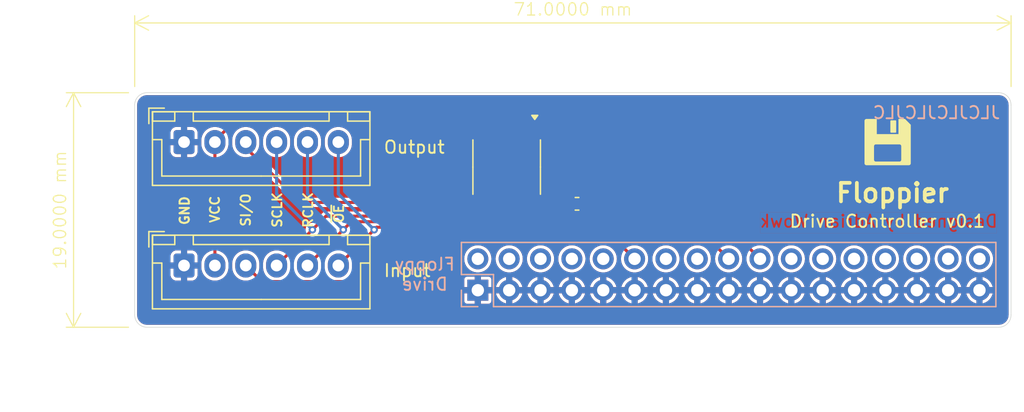
<source format=kicad_pcb>
(kicad_pcb (version 20240108) (generator "pcbnew") (generator_version "8.0")
  (layers (0 "F.Cu" signal) (31 "B.Cu" signal) (34 "B.Paste" user) (35 "F.Paste" user) (36 "B.SilkS" user "B.Silkscreen") (37 "F.SilkS" user "F.Silkscreen") (38 "B.Mask" user) (39 "F.Mask" user) (44 "Edge.Cuts" user))
  (net 0 "")
  (net 1 "Spare")
  (net 2 "Motor On")
  (net 3 "Drive Select 0")
  (net 4 "Drive Select 2")
  (net 5 "Write Data")
  (net 6 "High Density Select")
  (net 7 "Write Protect")
  (net 8 "Drive Select 1")
  (net 9 "Write Gate")
  (net 10 "Drive Select 3")
  (net 11 "Track 00")
  (net 12 "Read Data")
  (net 13 "Side 1 Select")
  (net 14 "Ready")
  (net 15 "Direction Select")
  (net 16 "Index")
  (net 17 "Step")
  (net 18 "GND")
  (net 23 "+5V")
  (net 24 "/Serial Input")
  (net 25 "/Output Enable")
  (net 26 "/Serial Clock")
  (net 27 "/Store Clock")
  (net 28 "/Serial Output")
  (footprint "Package_SO:TSSOP-16_4.4x5mm_P0.65mm" (layer "F.Cu") (at 30.1375 -12.975 -90)
    (property "Reference" "U1" (hide yes))
    (property "Value" "74HC595")
    (fp_line (start 0 2.735) (end -2.2 2.735) (stroke (width 0.12)) (layer "F.SilkS"))
    (fp_line (start 0 2.735) (end 2.2 2.735) (stroke (width 0.12)) (layer "F.SilkS"))
    (fp_line (start 0 -2.735) (end -2.2 -2.735) (stroke (width 0.12)) (layer "F.SilkS"))
    (fp_line (start 0 -2.735) (end 2.2 -2.735) (stroke (width 0.12)) (layer "F.SilkS"))
    (fp_poly (pts (xy -3.86 -2.275) (xy -4.19 -2.515) (xy -4.19 -2.035) (xy -3.86 -2.275)) (stroke (width 0.12)) (fill solid) (layer "F.SilkS"))
    (pad "1" smd roundrect (at -2.8625 -2.275 270) (size 1.475 0.4) (layers "F.Cu" "F.Paste" "F.Mask") (net 17 "Step"))
    (pad "2" smd roundrect (at -2.8625 -1.625 270) (size 1.475 0.4) (layers "F.Cu" "F.Paste" "F.Mask") (net 15 "Direction Select"))
    (pad "3" smd roundrect (at -2.8625 -0.975 270) (size 1.475 0.4) (layers "F.Cu" "F.Paste" "F.Mask"))
    (pad "4" smd roundrect (at -2.8625 -0.325 270) (size 1.475 0.4) (layers "F.Cu" "F.Paste" "F.Mask"))
    (pad "5" smd roundrect (at -2.8625 0.325 270) (size 1.475 0.4) (layers "F.Cu" "F.Paste" "F.Mask"))
    (pad "6" smd roundrect (at -2.8625 0.975 270) (size 1.475 0.4) (layers "F.Cu" "F.Paste" "F.Mask"))
    (pad "7" smd roundrect (at -2.8625 1.625 270) (size 1.475 0.4) (layers "F.Cu" "F.Paste" "F.Mask"))
    (pad "8" smd roundrect (at -2.8625 2.275 270) (size 1.475 0.4) (layers "F.Cu" "F.Paste" "F.Mask") (net 18 "GND"))
    (pad "9" smd roundrect (at 2.8625 2.275 270) (size 1.475 0.4) (layers "F.Cu" "F.Paste" "F.Mask") (net 28 "/Serial Output"))
    (pad "10" smd roundrect (at 2.8625 1.625 270) (size 1.475 0.4) (layers "F.Cu" "F.Paste" "F.Mask") (net 23 "+5V"))
    (pad "11" smd roundrect (at 2.8625 0.975 270) (size 1.475 0.4) (layers "F.Cu" "F.Paste" "F.Mask") (net 26 "/Serial Clock"))
    (pad "12" smd roundrect (at 2.8625 0.325 270) (size 1.475 0.4) (layers "F.Cu" "F.Paste" "F.Mask") (net 27 "/Store Clock"))
    (pad "13" smd roundrect (at 2.8625 -0.325 270) (size 1.475 0.4) (layers "F.Cu" "F.Paste" "F.Mask") (net 25 "/Output Enable"))
    (pad "14" smd roundrect (at 2.8625 -0.975 270) (size 1.475 0.4) (layers "F.Cu" "F.Paste" "F.Mask") (net 24 "/Serial Input"))
    (pad "15" smd roundrect (at 2.8625 -1.625 270) (size 1.475 0.4) (layers "F.Cu" "F.Paste" "F.Mask") (net 8 "Drive Select 1"))
    (pad "16" smd roundrect (at 2.8625 -2.275 270) (size 1.475 0.4) (layers "F.Cu" "F.Paste" "F.Mask") (net 23 "+5V"))
  )
  (footprint "Connector_JST:JST_XH_B6B-XH-A_1x06_P2.50mm_Vertical" (layer "F.Cu") (at 4 -5)
    (property "Reference" "J2" (hide yes))
    (property "Value" "Input")
    (fp_line (start -2.85 -2.75) (end -2.85 -1.5) (stroke (width 0.12)) (layer "F.SilkS"))
    (fp_line (start -2.56 -2.46) (end -2.56 3.51) (stroke (width 0.12)) (layer "F.SilkS"))
    (fp_line (start -2.56 3.51) (end 15.06 3.51) (stroke (width 0.12)) (layer "F.SilkS"))
    (fp_line (start -2.55 -2.45) (end -2.55 -1.7) (stroke (width 0.12)) (layer "F.SilkS"))
    (fp_line (start -2.55 -1.7) (end -0.75 -1.7) (stroke (width 0.12)) (layer "F.SilkS"))
    (fp_line (start -2.55 -0.2) (end -1.8 -0.2) (stroke (width 0.12)) (layer "F.SilkS"))
    (fp_line (start -1.8 -0.2) (end -1.8 2.75) (stroke (width 0.12)) (layer "F.SilkS"))
    (fp_line (start -1.8 2.75) (end 6.25 2.75) (stroke (width 0.12)) (layer "F.SilkS"))
    (fp_line (start -1.6 -2.75) (end -2.85 -2.75) (stroke (width 0.12)) (layer "F.SilkS"))
    (fp_line (start -0.75 -2.45) (end -2.55 -2.45) (stroke (width 0.12)) (layer "F.SilkS"))
    (fp_line (start -0.75 -1.7) (end -0.75 -2.45) (stroke (width 0.12)) (layer "F.SilkS"))
    (fp_line (start 0.75 -2.45) (end 0.75 -1.7) (stroke (width 0.12)) (layer "F.SilkS"))
    (fp_line (start 0.75 -1.7) (end 11.75 -1.7) (stroke (width 0.12)) (layer "F.SilkS"))
    (fp_line (start 11.75 -2.45) (end 0.75 -2.45) (stroke (width 0.12)) (layer "F.SilkS"))
    (fp_line (start 11.75 -1.7) (end 11.75 -2.45) (stroke (width 0.12)) (layer "F.SilkS"))
    (fp_line (start 13.25 -2.45) (end 13.25 -1.7) (stroke (width 0.12)) (layer "F.SilkS"))
    (fp_line (start 13.25 -1.7) (end 15.05 -1.7) (stroke (width 0.12)) (layer "F.SilkS"))
    (fp_line (start 14.3 -0.2) (end 14.3 2.75) (stroke (width 0.12)) (layer "F.SilkS"))
    (fp_line (start 14.3 2.75) (end 6.25 2.75) (stroke (width 0.12)) (layer "F.SilkS"))
    (fp_line (start 15.05 -2.45) (end 13.25 -2.45) (stroke (width 0.12)) (layer "F.SilkS"))
    (fp_line (start 15.05 -1.7) (end 15.05 -2.45) (stroke (width 0.12)) (layer "F.SilkS"))
    (fp_line (start 15.05 -0.2) (end 14.3 -0.2) (stroke (width 0.12)) (layer "F.SilkS"))
    (fp_line (start 15.06 -2.46) (end -2.56 -2.46) (stroke (width 0.12)) (layer "F.SilkS"))
    (fp_line (start 15.06 3.51) (end 15.06 -2.46) (stroke (width 0.12)) (layer "F.SilkS"))
    (pad "1" thru_hole roundrect (at 0 0) (size 1.7 1.95) (drill 0.95) (layers "*.Cu" "*.Mask") (roundrect_rratio 0.147059) (net 18 "GND"))
    (pad "2" thru_hole oval (at 2.5 0) (size 1.7 1.95) (drill 0.95) (layers "*.Cu" "*.Mask") (net 23 "+5V"))
    (pad "3" thru_hole oval (at 5 0) (size 1.7 1.95) (drill 0.95) (layers "*.Cu" "*.Mask") (net 24 "/Serial Input"))
    (pad "4" thru_hole oval (at 7.5 0) (size 1.7 1.95) (drill 0.95) (layers "*.Cu" "*.Mask") (net 26 "/Serial Clock"))
    (pad "5" thru_hole oval (at 10 0) (size 1.7 1.95) (drill 0.95) (layers "*.Cu" "*.Mask") (net 27 "/Store Clock"))
    (pad "6" thru_hole oval (at 12.5 0) (size 1.7 1.95) (drill 0.95) (layers "*.Cu" "*.Mask") (net 25 "/Output Enable"))
  )
  (footprint "Capacitor_SMD:C_0603_1608Metric_Pad1.08x0.95mm_HandSolder" (layer "F.Cu") (at 35.8375 -10)
    (property "Reference" "C1" (hide yes))
    (property "Value" "C_Small")
    (fp_line (start -0.146267 -0.51) (end 0.146267 -0.51) (stroke (width 0.12)) (layer "F.SilkS"))
    (fp_line (start -0.146267 0.51) (end 0.146267 0.51) (stroke (width 0.12)) (layer "F.SilkS"))
    (pad "1" smd roundrect (at -0.8625 0) (size 1.075 0.95) (layers "F.Cu" "F.Paste" "F.Mask") (net 23 "+5V"))
    (pad "2" smd roundrect (at 0.8625 0) (size 1.075 0.95) (layers "F.Cu" "F.Paste" "F.Mask") (net 18 "GND"))
  )
  (footprint "Connector_JST:JST_XH_B6B-XH-A_1x06_P2.50mm_Vertical" (layer "F.Cu") (at 4 -15)
    (property "Reference" "J3" (hide yes))
    (property "Value" "Output")
    (fp_line (start -2.85 -2.75) (end -2.85 -1.5) (stroke (width 0.12)) (layer "F.SilkS"))
    (fp_line (start -2.56 -2.46) (end -2.56 3.51) (stroke (width 0.12)) (layer "F.SilkS"))
    (fp_line (start -2.56 3.51) (end 15.06 3.51) (stroke (width 0.12)) (layer "F.SilkS"))
    (fp_line (start -2.55 -2.45) (end -2.55 -1.7) (stroke (width 0.12)) (layer "F.SilkS"))
    (fp_line (start -2.55 -1.7) (end -0.75 -1.7) (stroke (width 0.12)) (layer "F.SilkS"))
    (fp_line (start -2.55 -0.2) (end -1.8 -0.2) (stroke (width 0.12)) (layer "F.SilkS"))
    (fp_line (start -1.8 -0.2) (end -1.8 2.75) (stroke (width 0.12)) (layer "F.SilkS"))
    (fp_line (start -1.8 2.75) (end 6.25 2.75) (stroke (width 0.12)) (layer "F.SilkS"))
    (fp_line (start -1.6 -2.75) (end -2.85 -2.75) (stroke (width 0.12)) (layer "F.SilkS"))
    (fp_line (start -0.75 -2.45) (end -2.55 -2.45) (stroke (width 0.12)) (layer "F.SilkS"))
    (fp_line (start -0.75 -1.7) (end -0.75 -2.45) (stroke (width 0.12)) (layer "F.SilkS"))
    (fp_line (start 0.75 -2.45) (end 0.75 -1.7) (stroke (width 0.12)) (layer "F.SilkS"))
    (fp_line (start 0.75 -1.7) (end 11.75 -1.7) (stroke (width 0.12)) (layer "F.SilkS"))
    (fp_line (start 11.75 -2.45) (end 0.75 -2.45) (stroke (width 0.12)) (layer "F.SilkS"))
    (fp_line (start 11.75 -1.7) (end 11.75 -2.45) (stroke (width 0.12)) (layer "F.SilkS"))
    (fp_line (start 13.25 -2.45) (end 13.25 -1.7) (stroke (width 0.12)) (layer "F.SilkS"))
    (fp_line (start 13.25 -1.7) (end 15.05 -1.7) (stroke (width 0.12)) (layer "F.SilkS"))
    (fp_line (start 14.3 -0.2) (end 14.3 2.75) (stroke (width 0.12)) (layer "F.SilkS"))
    (fp_line (start 14.3 2.75) (end 6.25 2.75) (stroke (width 0.12)) (layer "F.SilkS"))
    (fp_line (start 15.05 -2.45) (end 13.25 -2.45) (stroke (width 0.12)) (layer "F.SilkS"))
    (fp_line (start 15.05 -1.7) (end 15.05 -2.45) (stroke (width 0.12)) (layer "F.SilkS"))
    (fp_line (start 15.05 -0.2) (end 14.3 -0.2) (stroke (width 0.12)) (layer "F.SilkS"))
    (fp_line (start 15.06 -2.46) (end -2.56 -2.46) (stroke (width 0.12)) (layer "F.SilkS"))
    (fp_line (start 15.06 3.51) (end 15.06 -2.46) (stroke (width 0.12)) (layer "F.SilkS"))
    (pad "1" thru_hole roundrect (at 0 0) (size 1.7 1.95) (drill 0.95) (layers "*.Cu" "*.Mask") (roundrect_rratio 0.147059) (net 18 "GND"))
    (pad "2" thru_hole oval (at 2.5 0) (size 1.7 1.95) (drill 0.95) (layers "*.Cu" "*.Mask") (net 23 "+5V"))
    (pad "3" thru_hole oval (at 5 0) (size 1.7 1.95) (drill 0.95) (layers "*.Cu" "*.Mask") (net 28 "/Serial Output"))
    (pad "4" thru_hole oval (at 7.5 0) (size 1.7 1.95) (drill 0.95) (layers "*.Cu" "*.Mask") (net 26 "/Serial Clock"))
    (pad "5" thru_hole oval (at 10 0) (size 1.7 1.95) (drill 0.95) (layers "*.Cu" "*.Mask") (net 27 "/Store Clock"))
    (pad "6" thru_hole oval (at 12.5 0) (size 1.7 1.95) (drill 0.95) (layers "*.Cu" "*.Mask") (net 25 "/Output Enable"))
  )
  (footprint "LOGO" (layer "F.Cu") (at 61 -15)
    (property "Reference" "G***" (hide yes))
    (property "Value" "LOGO" (hide yes))
    (fp_poly (pts (xy 0.39189 -1.761633) (xy 0.412391 -1.761619) (xy 0.434736 -1.761596) (xy 0.458979 -1.761562) (xy 0.459972 -1.76156) (xy 0.645035 -1.761271) (xy 0.651618 -1.75871) (xy 0.662104 -1.753711) (xy 0.671117 -1.747435) (xy 0.67869 -1.739847) (xy 0.684854 -1.730915) (xy 0.689644 -1.720606) (xy 0.69013 -1.719268) (xy 0.692887 -1.711465) (xy 0.692887 -1.261259) (xy 0.692887 -1.225876) (xy 0.692886 -1.192393) (xy 0.692885 -1.160756) (xy 0.692883 -1.130914) (xy 0.692879 -1.102812) (xy 0.692874 -1.076397) (xy 0.692868 -1.051617) (xy 0.69286 -1.028418) (xy 0.69285 -1.006747) (xy 0.692838 -0.986552) (xy 0.692823 -0.967778) (xy 0.692806 -0.950372) (xy 0.692786 -0.934283) (xy 0.692763 -0.919456) (xy 0.692736 -0.905838) (xy 0.692707 -0.893376) (xy 0.692673 -0.882018) (xy 0.692636 -0.871709) (xy 0.692595 -0.862397) (xy 0.692549 -0.854029) (xy 0.692499 -0.846552) (xy 0.692444 -0.839911) (xy 0.692385 -0.834055) (xy 0.69232 -0.828931) (xy 0.69225 -0.824484) (xy 0.692174 -0.820662) (xy 0.692093 -0.817412) (xy 0.692006 -0.81468) (xy 0.691912 -0.812414) (xy 0.691812 -0.81056) (xy 0.691706 -0.809066) (xy 0.691593 -0.807877) (xy 0.691473 -0.806942) (xy 0.691345 -0.806206) (xy 0.691211 -0.805618) (xy 0.691091 -0.805194) (xy 0.687397 -0.795922) (xy 0.682276 -0.787163) (xy 0.676002 -0.779252) (xy 0.668851 -0.772524) (xy 0.661097 -0.767313) (xy 0.65909 -0.766284) (xy 0.657532 -0.765512) (xy 0.656147 -0.764804) (xy 0.654849 -0.764156) (xy 0.653552 -0.763567) (xy 0.652172 -0.763033) (xy 0.650622 -0.762553) (xy 0.648817 -0.762122) (xy 0.646671 -0.761739) (xy 0.644099 -0.7614) (xy 0.641015 -0.761103) (xy 0.637334 -0.760846) (xy 0.632969 -0.760625) (xy 0.627836 -0.760438) (xy 0.621848 -0.760282) (xy 0.61492 -0.760155) (xy 0.606967 -0.760053) (xy 0.597903 -0.759974) (xy 0.587642 -0.759916) (xy 0.576098 -0.759875) (xy 0.563187 -0.759849) (xy 0.548822 -0.759835) (xy 0.532918 -0.75983) (xy 0.515389 -0.759832) (xy 0.49615 -0.759838) (xy 0.475115 -0.759846) (xy 0.456065 -0.759851) (xy 0.433843 -0.759856) (xy 0.413488 -0.759863) (xy 0.394915 -0.759871) (xy 0.378038 -0.759882) (xy 0.362772 -0.759896) (xy 0.349031 -0.759916) (xy 0.336729 -0.75994) (xy 0.32578 -0.759971) (xy 0.3161 -0.760009) (xy 0.307602 -0.760055) (xy 0.3002 -0.76011) (xy 0.29381 -0.760174) (xy 0.288345 -0.760249) (xy 0.28372 -0.760336) (xy 0.279849 -0.760435) (xy 0.276647 -0.760547) (xy 0.274027 -0.760674) (xy 0.271905 -0.760815) (xy 0.270194 -0.760972) (xy 0.268809 -0.761146) (xy 0.267664 -0.761338) (xy 0.266674 -0.761548) (xy 0.265752 -0.761777) (xy 0.265722 -0.761785) (xy 0.255565 -0.76542) (xy 0.246341 -0.770676) (xy 0.238217 -0.777379) (xy 0.23136 -0.785354) (xy 0.225937 -0.794427) (xy 0.222115 -0.804426) (xy 0.221194 -0.808082) (xy 0.221074 -0.808764) (xy 0.220961 -0.809726) (xy 0.220855 -0.81102) (xy 0.220754 -0.812697) (xy 0.22066 -0.814812) (xy 0.220572 -0.817415) (xy 0.22049 -0.820559) (xy 0.220413 -0.824296) (xy 0.220342 -0.828678) (xy 0.220277 -0.833759) (xy 0.220217 -0.839589) (xy 0.220162 -0.846222) (xy 0.220112 -0.853709) (xy 0.220067 -0.862103) (xy 0.220027 -0.871455) (xy 0.219991 -0.88182) (xy 0.21996 -0.893247) (xy 0.219933 -0.905791) (xy 0.21991 -0.919503) (xy 0.219892 -0.934435) (xy 0.219877 -0.950639) (xy 0.219866 -0.968169) (xy 0.219858 -0.987075) (xy 0.219854 -1.007411) (xy 0.219854 -1.029229) (xy 0.219856 -1.052581) (xy 0.219862 -1.077518) (xy 0.21987 -1.104095) (xy 0.219881 -1.132361) (xy 0.219895 -1.162371) (xy 0.219912 -1.194176) (xy 0.21993 -1.227829) (xy 0.219951 -1.263381) (xy 0.219951 -1.264189) (xy 0.22022 -1.713418) (xy 0.222373 -1.719058) (xy 0.227142 -1.729524) (xy 0.232878 -1.738377) (xy 0.239688 -1.745759) (xy 0.24686 -1.751285) (xy 0.254448 -1.755732) (xy 0.261616 -1.758792) (xy 0.268986 -1.760728) (xy 0.269049 -1.76074) (xy 0.270409 -1.760884) (xy 0.272922 -1.761016) (xy 0.276641 -1.761134) (xy 0.28162 -1.761239) (xy 0.287912 -1.761331) (xy 0.295569 -1.76141) (xy 0.304646 -1.761477) (xy 0.315196 -1.761532) (xy 0.327271 -1.761575) (xy 0.340925 -1.761607) (xy 0.35621 -1.761626) (xy 0.373181 -1.761635)) (fill solid) (layer "F.SilkS"))
    (fp_poly (pts (xy 1.639931 -1.639929) (xy 1.875043 -1.404816) (xy 1.875035 0.160649) (xy 1.875034 0.236648) (xy 1.875032 0.310698) (xy 1.875029 0.382806) (xy 1.875025 0.452976) (xy 1.87502 0.521214) (xy 1.875013 0.587524) (xy 1.875005 0.651912) (xy 1.874996 0.714384) (xy 1.874987 0.774943) (xy 1.874975 0.833596) (xy 1.874963 0.890348) (xy 1.87495 0.945204) (xy 1.874935 0.998168) (xy 1.87492 1.049247) (xy 1.874903 1.098445) (xy 1.874885 1.145768) (xy 1.874866 1.19122) (xy 1.874845 1.234808) (xy 1.874824 1.276535) (xy 1.874801 1.316408) (xy 1.874777 1.354431) (xy 1.874752 1.39061) (xy 1.874726 1.424949) (xy 1.874699 1.457455) (xy 1.87467 1.488132) (xy 1.87464 1.516985) (xy 1.874609 1.54402) (xy 1.874577 1.569241) (xy 1.874544 1.592654) (xy 1.874509 1.614265) (xy 1.874473 1.634077) (xy 1.874436 1.652097) (xy 1.874398 1.66833) (xy 1.874359 1.682781) (xy 1.874318 1.695454) (xy 1.874276 1.706356) (xy 1.874233 1.715491) (xy 1.874189 1.722865) (xy 1.874143 1.728482) (xy 1.874096 1.732348) (xy 1.874048 1.734469) (xy 1.874025 1.734864) (xy 1.87109 1.75241) (xy 1.8664 1.769096) (xy 1.859954 1.784928) (xy 1.851749 1.799913) (xy 1.841782 1.814055) (xy 1.83005 1.82736) (xy 1.828712 1.828712) (xy 1.815495 1.84063) (xy 1.801441 1.850783) (xy 1.786545 1.859174) (xy 1.770802 1.865805) (xy 1.754206 1.870679) (xy 1.736751 1.873799) (xy 1.734864 1.874025) (xy 1.733586 1.87406) (xy 1.730393 1.874094) (xy 1.725324 1.874128) (xy 1.718415 1.87416) (xy 1.709705 1.874193) (xy 1.699231 1.874224) (xy 1.687033 1.874255) (xy 1.673148 1.874285) (xy 1.657614 1.874314) (xy 1.640469 1.874343) (xy 1.62175 1.874371) (xy 1.601497 1.874398) (xy 1.579746 1.874425) (xy 1.556537 1.87445) (xy 1.531906 1.874476) (xy 1.505893 1.8745) (xy 1.478534 1.874524) (xy 1.449868 1.874547) (xy 1.419934 1.87457) (xy 1.388768 1.874591) (xy 1.356409 1.874612) (xy 1.322896 1.874633) (xy 1.288265 1.874652) (xy 1.252555 1.874671) (xy 1.215804 1.87469) (xy 1.178051 1.874707) (xy 1.139332 1.874724) (xy 1.099686 1.87474) (xy 1.059151 1.874756) (xy 1.017766 1.874771) (xy 0.975567 1.874785) (xy 0.932593 1.874798) (xy 0.888883 1.874811) (xy 0.844473 1.874823) (xy 0.799403 1.874835) (xy 0.753709 1.874845) (xy 0.707431 1.874855) (xy 0.660605 1.874865) (xy 0.613271 1.874873) (xy 0.565465 1.874881) (xy 0.517227 1.874889) (xy 0.468594 1.874895) (xy 0.419603 1.874901) (xy 0.370294 1.874906) (xy 0.320704 1.874911) (xy 0.270871 1.874915) (xy 0.220833 1.874918) (xy 0.170628 1.874921) (xy 0.120294 1.874922) (xy 0.06987 1.874923) (xy 0.019392 1.874924) (xy -0.031101 1.874924) (xy -0.08157 1.874923) (xy -0.131978 1.874921) (xy -0.182288 1.874919) (xy -0.23246 1.874916) (xy -0.282457 1.874912) (xy -0.332241 1.874908) (xy -0.381774 1.874903) (xy -0.431018 1.874897) (xy -0.479934 1.87489) (xy -0.528486 1.874883) (xy -0.576634 1.874876) (xy -0.624341 1.874867) (xy -0.671569 1.874858) (xy -0.71828 1.874848) (xy -0.764436 1.874837) (xy -0.809999 1.874826) (xy -0.854931 1.874814) (xy -0.899193 1.874802) (xy -0.942748 1.874789) (xy -0.985558 1.874775) (xy -1.027585 1.87476) (xy -1.068791 1.874745) (xy -1.109138 1.874729) (xy -1.148587 1.874712) (xy -1.187102 1.874695) (xy -1.224643 1.874677) (xy -1.261173 1.874658) (xy -1.296653 1.874639) (xy -1.331047 1.874618) (xy -1.364315 1.874598) (xy -1.396421 1.874576) (xy -1.427325 1.874554) (xy -1.456989 1.874531) (xy -1.485377 1.874508) (xy -1.512449 1.874484) (xy -1.538169 1.874459) (xy -1.562496 1.874433) (xy -1.585395 1.874407) (xy -1.606827 1.87438) (xy -1.626753 1.874353) (xy -1.645136 1.874324) (xy -1.661938 1.874295) (xy -1.677121 1.874266) (xy -1.690646 1.874236) (xy -1.702476 1.874205) (xy -1.712573 1.874173) (xy -1.720899 1.874141) (xy -1.727415 1.874108) (xy -1.732084 1.874074) (xy -1.734868 1.87404) (xy -1.735709 1.874012) (xy -1.752977 1.871046) (xy -1.769574 1.866254) (xy -1.785435 1.859669) (xy -1.800494 1.851323) (xy -1.814686 1.841247) (xy -1.827946 1.829473) (xy -1.828712 1.828712) (xy -1.84063 1.815495) (xy -1.850783 1.801441) (xy -1.859173 1.786545) (xy -1.865804 1.770802) (xy -1.870678 1.754206) (xy -1.873798 1.736751) (xy -1.874025 1.734864) (xy -1.874065 1.733536) (xy -1.874105 1.730294) (xy -1.874144 1.725174) (xy -1.874182 1.718216) (xy -1.874219 1.709456) (xy -1.874256 1.698933) (xy -1.874292 1.686685) (xy -1.874327 1.672751) (xy -1.874361 1.657168) (xy -1.874394 1.639973) (xy -1.874427 1.621206) (xy -1.874458 1.600905) (xy -1.874489 1.579106) (xy -1.874519 1.555849) (xy -1.874549 1.531171) (xy -1.874577 1.505111) (xy -1.874605 1.477706) (xy -1.874632 1.448995) (xy -1.874658 1.419015) (xy -1.874684 1.387804) (xy -1.874708 1.355402) (xy -1.874732 1.321844) (xy -1.874755 1.287171) (xy -1.874777 1.251419) (xy -1.874799 1.214627) (xy -1.874819 1.176833) (xy -1.874839 1.138075) (xy -1.874858 1.098391) (xy -1.874876 1.057818) (xy -1.874894 1.016396) (xy -1.87491 0.974161) (xy -1.874926 0.931152) (xy -1.87494 0.890273) (xy -1.10252 0.890273) (xy -1.102518 0.919113) (xy -1.102515 0.947865) (xy -1.102509 0.976463) (xy -1.102501 1.004836) (xy -1.10249 1.032919) (xy -1.102478 1.060642) (xy -1.102463 1.087938) (xy -1.102446 1.114738) (xy -1.102426 1.140974) (xy -1.102405 1.16658) (xy -1.102381 1.191485) (xy -1.102355 1.215624) (xy -1.102327 1.238926) (xy -1.102297 1.261326) (xy -1.102264 1.282753) (xy -1.102229 1.303141) (xy -1.102192 1.322422) (xy -1.102152 1.340527) (xy -1.102111 1.357388) (xy -1.102067 1.372937) (xy -1.102021 1.387107) (xy -1.101973 1.399829) (xy -1.101922 1.411036) (xy -1.101869 1.420659) (xy -1.101814 1.42863) (xy -1.101757 1.434881) (xy -1.101698 1.439345) (xy -1.101636 1.441953) (xy -1.10161 1.442466) (xy -1.100055 1.456448) (xy -1.097439 1.469296) (xy -1.093592 1.481609) (xy -1.088349 1.493989) (xy -1.085824 1.499094) (xy -1.077559 1.51311) (xy -1.067779 1.526037) (xy -1.056639 1.537767) (xy -1.044297 1.548188) (xy -1.030909 1.557191) (xy -1.01663 1.564664) (xy -1.001618 1.570497) (xy -0.986029 1.574581) (xy -0.976585 1.57613) (xy -0.97533 1.576167) (xy -0.972163 1.576202) (xy -0.967127 1.576237) (xy -0.960262 1.576271) (xy -0.951612 1.576304) (xy -0.941217 1.576337) (xy -0.92912 1.576369) (xy -0.915362 1.5764) (xy -0.899984 1.57643) (xy -0.88303 1.576459) (xy -0.864539 1.576487) (xy -0.844555 1.576514) (xy -0.823119 1.576541) (xy -0.800273 1.576566) (xy -0.776058 1.57659) (xy -0.750516 1.576613) (xy -0.723689 1.576635) (xy -0.695619 1.576656) (xy -0.666347 1.576676) (xy -0.635915 1.576695) (xy -0.604366 1.576712) (xy -0.57174 1.576728) (xy -0.53808 1.576743) (xy -0.503427 1.576757) (xy -0.467823 1.576769) (xy -0.431309 1.57678) (xy -0.393929 1.57679) (xy -0.355722 1.576798) (xy -0.316732 1.576804) (xy -0.276999 1.57681) (xy -0.236566 1.576813) (xy -0.195475 1.576816) (xy -0.153766 1.576816) (xy -0.111482 1.576815) (xy -0.068665 1.576813) (xy -0.025356 1.576808) (xy 0.003907 1.576805) (xy 0.97805 1.576668) (xy 0.987029 1.574527) (xy 1.003769 1.569681) (xy 1.01923 1.563404) (xy 1.033528 1.555634) (xy 1.046779 1.546309) (xy 1.058927 1.535533) (xy 1.070346 1.522953) (xy 1.080029 1.509482) (xy 1.087965 1.49514) (xy 1.094147 1.479946) (xy 1.098564 1.463923) (xy 1.101206 1.447089) (xy 1.10161 1.442466) (xy 1.101672 1.440646) (xy 1.101731 1.43694) (xy 1.101788 1.431418) (xy 1.101843 1.424146) (xy 1.101896 1.415194) (xy 1.101947 1.404629) (xy 1.101995 1.39252) (xy 1.102041 1.378934) (xy 1.102086 1.36394) (xy 1.102127 1.347605) (xy 1.102167 1.329999) (xy 1.102205 1.311188) (xy 1.10224 1.291241) (xy 1.102273 1.270226) (xy 1.102304 1.248212) (xy 1.102333 1.225266) (xy 1.10236 1.201456) (xy 1.102384 1.176851) (xy 1.102406 1.151518) (xy 1.102426 1.125526) (xy 1.102444 1.098943) (xy 1.10246 1.071837) (xy 1.102473 1.044275) (xy 1.102485 1.016327) (xy 1.102494 0.98806) (xy 1.102501 0.959542) (xy 1.102506 0.930842) (xy 1.102508 0.902027) (xy 1.102509 0.873166) (xy 1.102507 0.844326) (xy 1.102503 0.815576) (xy 1.102497 0.786984) (xy 1.102489 0.758618) (xy 1.102478 0.730546) (xy 1.102465 0.702836) (xy 1.102451 0.675557) (xy 1.102434 0.648776) (xy 1.102414 0.622561) (xy 1.102393 0.596981) (xy 1.102369 0.572103) (xy 1.102344 0.547997) (xy 1.102316 0.524729) (xy 1.102285 0.502368) (xy 1.102253 0.480982) (xy 1.102219 0.460639) (xy 1.102182 0.441408) (xy 1.102143 0.423355) (xy 1.102102 0.406551) (xy 1.102059 0.391061) (xy 1.102013 0.376956) (xy 1.101966 0.364302) (xy 1.101916 0.353168) (xy 1.101864 0.343622) (xy 1.10181 0.335732) (xy 1.101753 0.329566) (xy 1.101695 0.325192) (xy 1.101634 0.322679) (xy 1.101612 0.32224) (xy 1.100067 0.308231) (xy 1.097498 0.295396) (xy 1.093748 0.283162) (xy 1.088666 0.270955) (xy 1.08686 0.267217) (xy 1.078642 0.252843) (xy 1.06891 0.239638) (xy 1.057775 0.227689) (xy 1.045348 0.217081) (xy 1.031739 0.207899) (xy 1.017061 0.20023) (xy 1.001424 0.194159) (xy 0.987211 0.190263) (xy 0.977073 0.187993) (xy 0 0.187993) (xy -0.977073 0.187993) (xy -0.987211 0.190263) (xy -1.003778 0.194879) (xy -1.019215 0.201074) (xy -1.033594 0.208885) (xy -1.04699 0.218355) (xy -1.059476 0.229522) (xy -1.059516 0.229562) (xy -1.070497 0.241833) (xy -1.080008 0.255187) (xy -1.087934 0.269417) (xy -1.094164 0.284316) (xy -1.098585 0.299675) (xy -1.09911 0.302128) (xy -1.099839 0.306359) (xy -1.100579 0.31176) (xy -1.10123 0.317551) (xy -1.101599 0.32166) (xy -1.101661 0.323445) (xy -1.101722 0.327116) (xy -1.10178 0.332603) (xy -1.101836 0.33984) (xy -1.10189 0.348758) (xy -1.101942 0.359289) (xy -1.101991 0.371365) (xy -1.102038 0.384918) (xy -1.102084 0.39988) (xy -1.102126 0.416183) (xy -1.102167 0.433759) (xy -1.102205 0.45254) (xy -1.102242 0.472458) (xy -1.102276 0.493445) (xy -1.102307 0.515433) (xy -1.102337 0.538354) (xy -1.102364 0.56214) (xy -1.10239 0.586723) (xy -1.102412 0.612034) (xy -1.102433 0.638006) (xy -1.102452 0.664572) (xy -1.102468 0.691662) (xy -1.102482 0.719208) (xy -1.102494 0.747144) (xy -1.102503 0.7754) (xy -1.102511 0.803909) (xy -1.102516 0.832603) (xy -1.102519 0.861414) (xy -1.10252 0.890273) (xy -1.87494 0.890273) (xy -1.874941 0.887408) (xy -1.874955 0.842966) (xy -1.874969 0.797863) (xy -1.874981 0.752139) (xy -1.874993 0.705831) (xy -1.875004 0.658978) (xy -1.875014 0.611617) (xy -1.875024 0.563786) (xy -1.875033 0.515523) (xy -1.87504 0.466867) (xy -1.875047 0.417855) (xy -1.875054 0.368526) (xy -1.875059 0.318917) (xy -1.875064 0.269067) (xy -1.875068 0.219014) (xy -1.875071 0.168795) (xy -1.875073 0.118448) (xy -1.875075 0.068013) (xy -1.875075 0.017526) (xy -1.875075 -0.032974) (xy -1.875074 -0.083449) (xy -1.875072 -0.133861) (xy -1.87507 -0.184172) (xy -1.875067 -0.234344) (xy -1.875063 -0.28434) (xy -1.875058 -0.33412) (xy -1.875052 -0.383647) (xy -1.875045 -0.432883) (xy -1.875038 -0.48179) (xy -1.87503 -0.53033) (xy -1.875021 -0.578465) (xy -1.875011 -0.626156) (xy -1.875001 -0.673366) (xy -1.87499 -0.720057) (xy -1.874978 -0.76619) (xy -1.874965 -0.811728) (xy -1.874951 -0.856632) (xy -1.874937 -0.900865) (xy -1.874921 -0.944389) (xy -1.874905 -0.987165) (xy -1.874888 -1.029155) (xy -1.874871 -1.070321) (xy -1.874852 -1.110626) (xy -1.874833 -1.150031) (xy -1.874813 -1.188499) (xy -1.874792 -1.22599) (xy -1.874771 -1.262468) (xy -1.874748 -1.297894) (xy -1.874725 -1.33223) (xy -1.874701 -1.365438) (xy -1.874676 -1.39748) (xy -1.87465 -1.428318) (xy -1.874624 -1.457914) (xy -1.874597 -1.48623) (xy -1.874569 -1.513227) (xy -1.87454 -1.538869) (xy -1.87451 -1.563116) (xy -1.87448 -1.585931) (xy -1.874449 -1.607275) (xy -1.874417 -1.627112) (xy -1.874384 -1.645402) (xy -1.87435 -1.662107) (xy -1.874316 -1.67719) (xy -1.874281 -1.690613) (xy -1.874245 -1.702337) (xy -1.874208 -1.712324) (xy -1.87417 -1.720537) (xy -1.874132 -1.726937) (xy -1.874093 -1.731487) (xy -1.874053 -1.734147) (xy -1.874025 -1.734864) (xy -1.871089 -1.752409) (xy -1.8664 -1.769095) (xy -1.859954 -1.784928) (xy -1.851749 -1.799913) (xy -1.841782 -1.814055) (xy -1.83005 -1.82736) (xy -1.828712 -1.828712) (xy -1.815494 -1.84063) (xy -1.801441 -1.850783) (xy -1.786545 -1.859173) (xy -1.770802 -1.865804) (xy -1.754206 -1.870678) (xy -1.736751 -1.873798) (xy -1.734864 -1.874025) (xy -1.73306 -1.874119) (xy -1.729339 -1.874209) (xy -1.7237 -1.874294) (xy -1.716139 -1.874375) (xy -1.706655 -1.874451) (xy -1.695247 -1.874522) (xy -1.681912 -1.874588) (xy -1.666649 -1.87465) (xy -1.649456 -1.874708) (xy -1.630331 -1.87476) (xy -1.609272 -1.874808) (xy -1.586278 -1.874852) (xy -1.561347 -1.874891) (xy -1.534476 -1.874925) (xy -1.505665 -1.874954) (xy -1.474911 -1.874979) (xy -1.442212 -1.875) (xy -1.407567 -1.875015) (xy -1.370974 -1.875027) (xy -1.332431 -1.875033) (xy -1.301544 -1.875035) (xy -0.876973 -1.875043) (xy -0.876973 -1.260771) (xy -0.876973 -0.646499) (xy 0 -0.646499) (xy 0.876974 -0.646499) (xy 0.876974 -1.260771) (xy 0.876974 -1.875043) (xy 1.140896 -1.875043) (xy 1.404819 -1.875043)) (fill solid) (layer "F.SilkS"))
  )
  (footprint "Connector_PinSocket_2.54mm:PinSocket_2x17_P2.54mm_Vertical" (layer "B.Cu") (at 27.8 -3 -90)
    (property "Reference" "J1" (hide yes))
    (property "Value" "Floppy Drive Connector 2x17")
    (fp_line (start -1.27 1.33) (end -3.87 1.33) (stroke (width 0.12)) (layer "B.SilkS"))
    (fp_line (start 1.33 1.33) (end 0 1.33) (stroke (width 0.12)) (layer "B.SilkS"))
    (fp_line (start 1.33 0) (end 1.33 1.33) (stroke (width 0.12)) (layer "B.SilkS"))
    (fp_line (start -1.27 -1.27) (end -1.27 1.33) (stroke (width 0.12)) (layer "B.SilkS"))
    (fp_line (start 1.33 -1.27) (end -1.27 -1.27) (stroke (width 0.12)) (layer "B.SilkS"))
    (fp_line (start -3.87 -41.97) (end -3.87 1.33) (stroke (width 0.12)) (layer "B.SilkS"))
    (fp_line (start 1.33 -41.97) (end 1.33 -1.27) (stroke (width 0.12)) (layer "B.SilkS"))
    (fp_line (start 1.33 -41.97) (end -3.87 -41.97) (stroke (width 0.12)) (layer "B.SilkS"))
    (pad "1" thru_hole rect (at 0 0 270) (size 1.7 1.7) (drill 1) (layers "*.Cu" "*.Mask") (net 18 "GND"))
    (pad "2" thru_hole oval (at -2.54 0 270) (size 1.7 1.7) (drill 1) (layers "*.Cu" "*.Mask") (net 6 "High Density Select"))
    (pad "3" thru_hole oval (at 0 -2.54 270) (size 1.7 1.7) (drill 1) (layers "*.Cu" "*.Mask") (net 18 "GND"))
    (pad "4" thru_hole oval (at -2.54 -2.54 270) (size 1.7 1.7) (drill 1) (layers "*.Cu" "*.Mask") (net 1 "Spare"))
    (pad "5" thru_hole oval (at 0 -5.08 270) (size 1.7 1.7) (drill 1) (layers "*.Cu" "*.Mask") (net 18 "GND"))
    (pad "6" thru_hole oval (at -2.54 -5.08 270) (size 1.7 1.7) (drill 1) (layers "*.Cu" "*.Mask") (net 10 "Drive Select 3"))
    (pad "7" thru_hole oval (at 0 -7.62 270) (size 1.7 1.7) (drill 1) (layers "*.Cu" "*.Mask") (net 18 "GND"))
    (pad "8" thru_hole oval (at -2.54 -7.62 270) (size 1.7 1.7) (drill 1) (layers "*.Cu" "*.Mask") (net 16 "Index"))
    (pad "9" thru_hole oval (at 0 -10.16 270) (size 1.7 1.7) (drill 1) (layers "*.Cu" "*.Mask") (net 18 "GND"))
    (pad "10" thru_hole oval (at -2.54 -10.16 270) (size 1.7 1.7) (drill 1) (layers "*.Cu" "*.Mask") (net 3 "Drive Select 0"))
    (pad "11" thru_hole oval (at 0 -12.7 270) (size 1.7 1.7) (drill 1) (layers "*.Cu" "*.Mask") (net 18 "GND"))
    (pad "12" thru_hole oval (at -2.54 -12.7 270) (size 1.7 1.7) (drill 1) (layers "*.Cu" "*.Mask") (net 8 "Drive Select 1"))
    (pad "13" thru_hole oval (at 0 -15.24 270) (size 1.7 1.7) (drill 1) (layers "*.Cu" "*.Mask") (net 18 "GND"))
    (pad "14" thru_hole oval (at -2.54 -15.24 270) (size 1.7 1.7) (drill 1) (layers "*.Cu" "*.Mask") (net 4 "Drive Select 2"))
    (pad "15" thru_hole oval (at 0 -17.78 270) (size 1.7 1.7) (drill 1) (layers "*.Cu" "*.Mask") (net 18 "GND"))
    (pad "16" thru_hole oval (at -2.54 -17.78 270) (size 1.7 1.7) (drill 1) (layers "*.Cu" "*.Mask") (net 2 "Motor On"))
    (pad "17" thru_hole oval (at 0 -20.32 270) (size 1.7 1.7) (drill 1) (layers "*.Cu" "*.Mask") (net 18 "GND"))
    (pad "18" thru_hole oval (at -2.54 -20.32 270) (size 1.7 1.7) (drill 1) (layers "*.Cu" "*.Mask") (net 15 "Direction Select"))
    (pad "19" thru_hole oval (at 0 -22.86 270) (size 1.7 1.7) (drill 1) (layers "*.Cu" "*.Mask") (net 18 "GND"))
    (pad "20" thru_hole oval (at -2.54 -22.86 270) (size 1.7 1.7) (drill 1) (layers "*.Cu" "*.Mask") (net 17 "Step"))
    (pad "21" thru_hole oval (at 0 -25.4 270) (size 1.7 1.7) (drill 1) (layers "*.Cu" "*.Mask") (net 18 "GND"))
    (pad "22" thru_hole oval (at -2.54 -25.4 270) (size 1.7 1.7) (drill 1) (layers "*.Cu" "*.Mask") (net 5 "Write Data"))
    (pad "23" thru_hole oval (at 0 -27.94 270) (size 1.7 1.7) (drill 1) (layers "*.Cu" "*.Mask") (net 18 "GND"))
    (pad "24" thru_hole oval (at -2.54 -27.94 270) (size 1.7 1.7) (drill 1) (layers "*.Cu" "*.Mask") (net 9 "Write Gate"))
    (pad "25" thru_hole oval (at 0 -30.48 270) (size 1.7 1.7) (drill 1) (layers "*.Cu" "*.Mask") (net 18 "GND"))
    (pad "26" thru_hole oval (at -2.54 -30.48 270) (size 1.7 1.7) (drill 1) (layers "*.Cu" "*.Mask") (net 11 "Track 00"))
    (pad "27" thru_hole oval (at 0 -33.02 270) (size 1.7 1.7) (drill 1) (layers "*.Cu" "*.Mask") (net 18 "GND"))
    (pad "28" thru_hole oval (at -2.54 -33.02 270) (size 1.7 1.7) (drill 1) (layers "*.Cu" "*.Mask") (net 7 "Write Protect"))
    (pad "29" thru_hole oval (at 0 -35.56 270) (size 1.7 1.7) (drill 1) (layers "*.Cu" "*.Mask") (net 18 "GND"))
    (pad "30" thru_hole oval (at -2.54 -35.56 270) (size 1.7 1.7) (drill 1) (layers "*.Cu" "*.Mask") (net 12 "Read Data"))
    (pad "31" thru_hole oval (at 0 -38.1 270) (size 1.7 1.7) (drill 1) (layers "*.Cu" "*.Mask") (net 18 "GND"))
    (pad "32" thru_hole oval (at -2.54 -38.1 270) (size 1.7 1.7) (drill 1) (layers "*.Cu" "*.Mask") (net 13 "Side 1 Select"))
    (pad "33" thru_hole oval (at 0 -40.64 270) (size 1.7 1.7) (drill 1) (layers "*.Cu" "*.Mask") (net 18 "GND"))
    (pad "34" thru_hole oval (at -2.54 -40.64 270) (size 1.7 1.7) (drill 1) (layers "*.Cu" "*.Mask") (net 14 "Ready"))
  )
  (gr_arc (start 1 0) (mid 0.292893 -0.292893) (end 0 -1) (stroke (width 0.05)) (layer "Edge.Cuts"))
  (gr_line (start 71 -18) (end 71 -1) (stroke (width 0.05)) (layer "Edge.Cuts"))
  (gr_line (start 1 -19) (end 70 -19) (stroke (width 0.05)) (layer "Edge.Cuts"))
  (gr_arc (start 71 -1) (mid 70.707107 -0.292893) (end 70 0) (stroke (width 0.05)) (layer "Edge.Cuts"))
  (gr_arc (start 0 -18) (mid 0.292893 -18.707107) (end 1 -19) (stroke (width 0.05)) (layer "Edge.Cuts"))
  (gr_line (start 0 -1) (end 0 -18) (stroke (width 0.05)) (layer "Edge.Cuts"))
  (gr_line (start 70 0) (end 1 0) (stroke (width 0.05)) (layer "Edge.Cuts"))
  (gr_arc (start 70 -19) (mid 70.707107 -18.707107) (end 71 -18) (stroke (width 0.05)) (layer "Edge.Cuts"))
  (gr_text "Designed by Adrian Wowk" (at 70 -8 0) (layer "B.Cu" knockout) (effects (font (size 1 1)) (justify left bottom mirror)))
  (gr_text "Floppy\nDrive" (at 23.5 -2.9 0) (layer "B.SilkS") (effects (font (size 1 1)) (justify bottom mirror)))
  (gr_text "JLCJLCJLCJLC" (at 70.2 -16.8 0) (layer "B.SilkS") (effects (font (size 1 1)) (justify left bottom mirror)))
  (gr_text "Input" (at 20.1 -4 0) (layer "F.SilkS") (effects (font (size 1 1)) (justify left bottom)))
  (gr_text "Output\n" (at 20.1 -14 0) (layer "F.SilkS") (effects (font (size 1 1)) (justify left bottom)))
  (gr_text "Floppier " (at 61.970221 -10 0) (layer "F.SilkS") (effects (font (size 1.5 1.5) (thickness 0.3)) (justify bottom)))
  (gr_text "VCC" (at 6.5 -9.55 90) (layer "F.SilkS") (effects (font (size 0.75 0.75) (thickness 0.15) (bold yes))))
  (gr_text "RCLK\n" (at 14.05 -9.5 90) (layer "F.SilkS") (effects (font (size 0.75 0.75) (thickness 0.15) (bold yes))))
  (gr_text "SI/O" (at 9 -9.5 90) (layer "F.SilkS") (effects (font (size 0.75 0.75) (thickness 0.15) (bold yes))))
  (gr_text "Drive Controller v0.1" (at 52.970221 -8 0) (layer "F.SilkS") (effects (font (size 1 1)) (justify left bottom)))
  (gr_text "SCLK" (at 11.55 -9.5 90) (layer "F.SilkS") (effects (font (size 0.75 0.75) (thickness 0.15) (bold yes))))
  (gr_text "~{OE}" (at 16.55 -9.2 90) (layer "F.SilkS") (effects (font (size 0.75 0.75) (thickness 0.15) (bold yes))))
  (gr_text "GND" (at 4.05 -9.45 90) (layer "F.SilkS") (effects (font (size 0.75 0.75) (thickness 0.16) (bold yes))))
  (dimension (type aligned) (layer "F.SilkS") (pts (xy 0 -19) (xy 71 -19)) (height -5.65) (gr_text "71.0000 mm" (at 35.5 -25.75 0) (layer "F.SilkS") (effects (font (size 1 1) (thickness 0.1)))) (format (prefix "") (suffix "") (units 3) (units_format 1) (precision 4)) (style (thickness 0.1) (arrow_length 1.27) (text_position_mode 0) (extension_height 0.58642) (extension_offset 0.5) keep_text_aligned))
  (dimension (type aligned) (layer "F.SilkS") (pts (xy 0 -19) (xy 0 0)) (height 4.949999) (gr_text "19.0000 mm" (at -6.049999 -9.5 90) (layer "F.SilkS") (effects (font (size 1 1) (thickness 0.1)))) (format (prefix "") (suffix "") (units 3) (units_format 1) (precision 4)) (style (thickness 0.1) (arrow_length 1.27) (text_position_mode 0) (extension_height 0.58642) (extension_offset 0.5) keep_text_aligned))
  (segment (start 38.64 -7.4) (end 40.5 -5.54) (width 0.25) (layer "F.Cu") (net 8))
  (segment (start 33.737501 -7.4) (end 38.64 -7.4) (width 0.25) (layer "F.Cu") (net 8))
  (segment (start 31.7625 -10.1125) (end 31.7625 -9.375001) (width 0.25) (layer "F.Cu") (net 8))
  (segment (start 31.7625 -9.375001) (end 33.737501 -7.4) (width 0.25) (layer "F.Cu") (net 8))
  (segment (start 31.7625 -15.8375) (end 31.7625 -15.100001) (width 0.25) (layer "F.Cu") (net 15))
  (segment (start 32.912501 -13.95) (end 39.71 -13.95) (width 0.25) (layer "F.Cu") (net 15))
  (segment (start 39.71 -13.95) (end 48.12 -5.54) (width 0.25) (layer "F.Cu") (net 15))
  (segment (start 31.7625 -15.100001) (end 32.912501 -13.95) (width 0.25) (layer "F.Cu") (net 15))
  (segment (start 33.145084 -14.4) (end 41.8 -14.4) (width 0.25) (layer "F.Cu") (net 17))
  (segment (start 41.8 -14.4) (end 50.66 -5.54) (width 0.25) (layer "F.Cu") (net 17))
  (segment (start 32.4125 -15.132584) (end 33.145084 -14.4) (width 0.25) (layer "F.Cu") (net 17))
  (segment (start 32.4125 -15.8375) (end 32.4125 -15.132584) (width 0.25) (layer "F.Cu") (net 17))
  (segment (start 32.4125 -10.1125) (end 32.4875 -10.1125) (width 0.25) (layer "F.Cu") (net 23))
  (segment (start 6.5 -5) (end 6.5 -15) (width 0.25) (layer "F.Cu") (net 23))
  (segment (start 28.5125 -10.1125) (end 28.5125 -12.6875) (width 0.25) (layer "F.Cu") (net 23))
  (segment (start 6.5 -15.1) (end 8.3 -16.9) (width 0.25) (layer "F.Cu") (net 23))
  (segment (start 32.6 -10) (end 34.975 -10) (width 0.25) (layer "F.Cu") (net 23))
  (segment (start 8.3 -16.9) (end 24.3 -16.9) (width 0.25) (layer "F.Cu") (net 23))
  (segment (start 32.4125 -10.849999) (end 32.4125 -10.1125) (width 0.25) (layer "F.Cu") (net 23))
  (segment (start 24.3 -16.9) (end 28.4 -12.8) (width 0.25) (layer "F.Cu") (net 23))
  (segment (start 6.5 -15) (end 6.5 -15.1) (width 0.25) (layer "F.Cu") (net 23))
  (segment (start 28.5125 -12.6875) (end 28.4 -12.8) (width 0.25) (layer "F.Cu") (net 23))
  (segment (start 32.4875 -10.1125) (end 32.6 -10) (width 0.25) (layer "F.Cu") (net 23))
  (segment (start 28.4 -12.8) (end 30.462499 -12.8) (width 0.25) (layer "F.Cu") (net 23))
  (segment (start 30.462499 -12.8) (end 32.4125 -10.849999) (width 0.25) (layer "F.Cu") (net 23))
  (segment (start 29.387499 -7.65) (end 31.1125 -9.375001) (width 0.25) (layer "F.Cu") (net 24))
  (segment (start 10.3 -3.7) (end 17.1 -3.7) (width 0.25) (layer "F.Cu") (net 24))
  (segment (start 9 -5) (end 10.3 -3.7) (width 0.25) (layer "F.Cu") (net 24))
  (segment (start 17.1 -3.7) (end 21.05 -7.65) (width 0.25) (layer "F.Cu") (net 24))
  (segment (start 31.1125 -9.375001) (end 31.1125 -10.1125) (width 0.25) (layer "F.Cu") (net 24))
  (segment (start 21.05 -7.65) (end 29.387499 -7.65) (width 0.25) (layer "F.Cu") (net 24))
  (segment (start 29.187499 -8.1) (end 30.4625 -9.375001) (width 0.25) (layer "F.Cu") (net 25))
  (segment (start 19.4 -7.9) (end 16.5 -5) (width 0.25) (layer "F.Cu") (net 25))
  (segment (start 19.4 -7.9) (end 19.6 -8.1) (width 0.25) (layer "F.Cu") (net 25))
  (segment (start 19.6 -8.1) (end 29.187499 -8.1) (width 0.25) (layer "F.Cu") (net 25))
  (segment (start 30.4625 -9.375001) (end 30.4625 -10.1125) (width 0.25) (layer "F.Cu") (net 25))
  (via (at 19.4 -7.9) (size 0.6) (drill 0.3) (layers "F.Cu" "B.Cu") (net 25))
  (segment (start 19.4 -7.9) (end 16.5 -10.8) (width 0.25) (layer "B.Cu") (net 25))
  (segment (start 16.5 -10.8) (end 16.5 -15) (width 0.25) (layer "B.Cu") (net 25))
  (segment (start 11.5 -5) (end 14.4 -7.9) (width 0.25) (layer "F.Cu") (net 26))
  (segment (start 14.4 -7.9) (end 15.5 -9) (width 0.25) (layer "F.Cu") (net 26))
  (segment (start 29.1625 -9.375001) (end 29.1625 -10.1125) (width 0.25) (layer "F.Cu") (net 26))
  (segment (start 15.5 -9) (end 28.787499 -9) (width 0.25) (layer "F.Cu") (net 26))
  (segment (start 28.787499 -9) (end 29.1625 -9.375001) (width 0.25) (layer "F.Cu") (net 26))
  (via (at 14.4 -7.9) (size 0.6) (drill 0.3) (layers "F.Cu" "B.Cu") (net 26))
  (segment (start 14.4 -7.9) (end 11.5 -10.8) (width 0.25) (layer "B.Cu") (net 26))
  (segment (start 11.5 -10.8) (end 11.5 -15) (width 0.25) (layer "B.Cu") (net 26))
  (segment (start 16.9 -7.9) (end 17.55 -8.55) (width 0.25) (layer "F.Cu") (net 27))
  (segment (start 14 -5) (end 16.9 -7.9) (width 0.25) (layer "F.Cu") (net 27))
  (segment (start 28.987499 -8.55) (end 29.8125 -9.375001) (width 0.25) (layer "F.Cu") (net 27))
  (segment (start 17.55 -8.55) (end 28.987499 -8.55) (width 0.25) (layer "F.Cu") (net 27))
  (segment (start 29.8125 -9.375001) (end 29.8125 -10.1125) (width 0.25) (layer "F.Cu") (net 27))
  (via (at 16.9 -7.9) (size 0.6) (drill 0.3) (layers "F.Cu" "B.Cu") (net 27))
  (segment (start 16.9 -7.9) (end 14 -10.8) (width 0.25) (layer "B.Cu") (net 27))
  (segment (start 14 -10.8) (end 14 -15) (width 0.25) (layer "B.Cu") (net 27))
  (segment (start 9 -15) (end 9 -14.55) (width 0.25) (layer "F.Cu") (net 28))
  (segment (start 9 -14.55) (end 13.4375 -10.1125) (width 0.25) (layer "F.Cu") (net 28))
  (segment (start 13.4375 -10.1125) (end 27.8625 -10.1125) (width 0.25) (layer "F.Cu") (net 28))
  (zone (net 18) (net_name "GND") (layers "F&B.Cu") (name "GND") (connect_pads (clearance 0.25)) (min_thickness 0.25) (fill yes (thermal_gap 0.25) (thermal_bridge_width 0.5) (smoothing fillet) (radius 1))
    (polygon (pts (xy 0 -19) (xy 71 -19) (xy 71 0) (xy 0 0)))
  )
)
</source>
